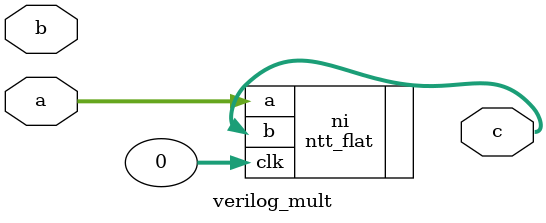
<source format=v>
`timescale 1ns / 1ps


module verilog_mult(
    input [71:0] a,
    input [71:0] b,
    output [71:0] c
    );
    
//    ntt_intt_poly_mult #(.N(17), .D(32)) nipm(.a(a), .b(b), .c(c));
    ntt_flat #(.N(9), .D(8)) ni(.a(a), .b(c), .clk(0));
endmodule

</source>
